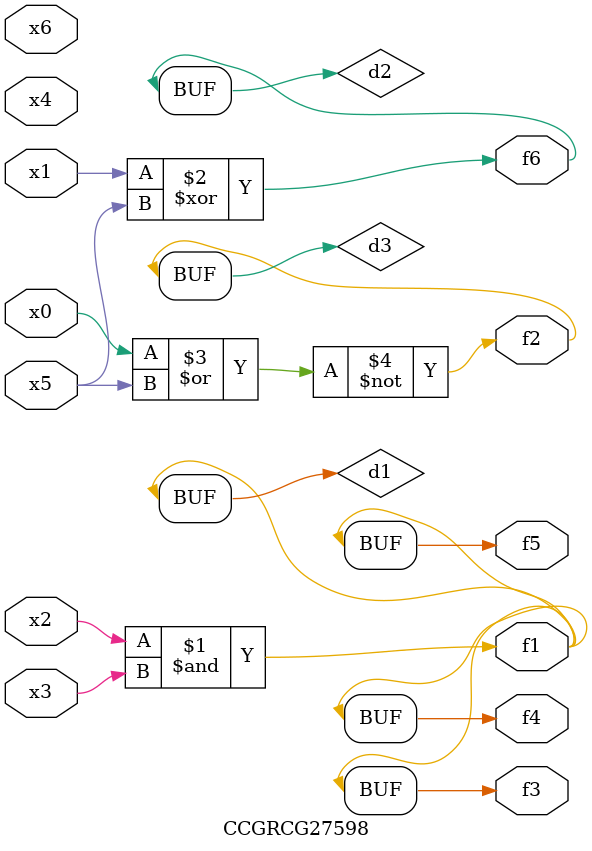
<source format=v>
module CCGRCG27598(
	input x0, x1, x2, x3, x4, x5, x6,
	output f1, f2, f3, f4, f5, f6
);

	wire d1, d2, d3;

	and (d1, x2, x3);
	xor (d2, x1, x5);
	nor (d3, x0, x5);
	assign f1 = d1;
	assign f2 = d3;
	assign f3 = d1;
	assign f4 = d1;
	assign f5 = d1;
	assign f6 = d2;
endmodule

</source>
